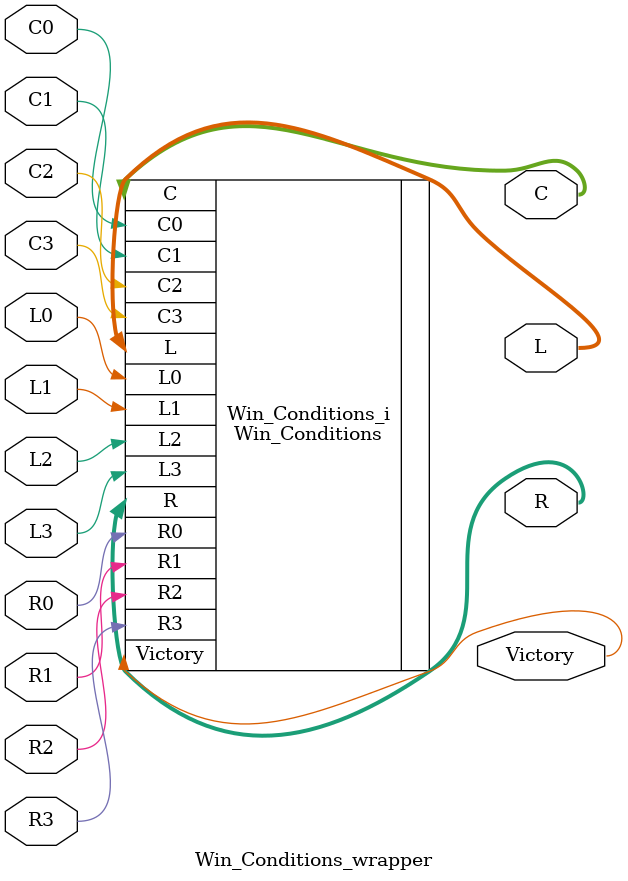
<source format=v>
`timescale 1 ps / 1 ps

module Win_Conditions_wrapper
   (C,
    C0,
    C1,
    C2,
    C3,
    L,
    L0,
    L1,
    L2,
    L3,
    R,
    R0,
    R1,
    R2,
    R3,
    Victory);
  output [3:0]C;
  input C0;
  input C1;
  input C2;
  input C3;
  output [3:0]L;
  input L0;
  input L1;
  input L2;
  input L3;
  output [3:0]R;
  input R0;
  input R1;
  input R2;
  input R3;
  output Victory;

  wire [3:0]C;
  wire C0;
  wire C1;
  wire C2;
  wire C3;
  wire [3:0]L;
  wire L0;
  wire L1;
  wire L2;
  wire L3;
  wire [3:0]R;
  wire R0;
  wire R1;
  wire R2;
  wire R3;
  wire Victory;

  Win_Conditions Win_Conditions_i
       (.C(C),
        .C0(C0),
        .C1(C1),
        .C2(C2),
        .C3(C3),
        .L(L),
        .L0(L0),
        .L1(L1),
        .L2(L2),
        .L3(L3),
        .R(R),
        .R0(R0),
        .R1(R1),
        .R2(R2),
        .R3(R3),
        .Victory(Victory));
endmodule

</source>
